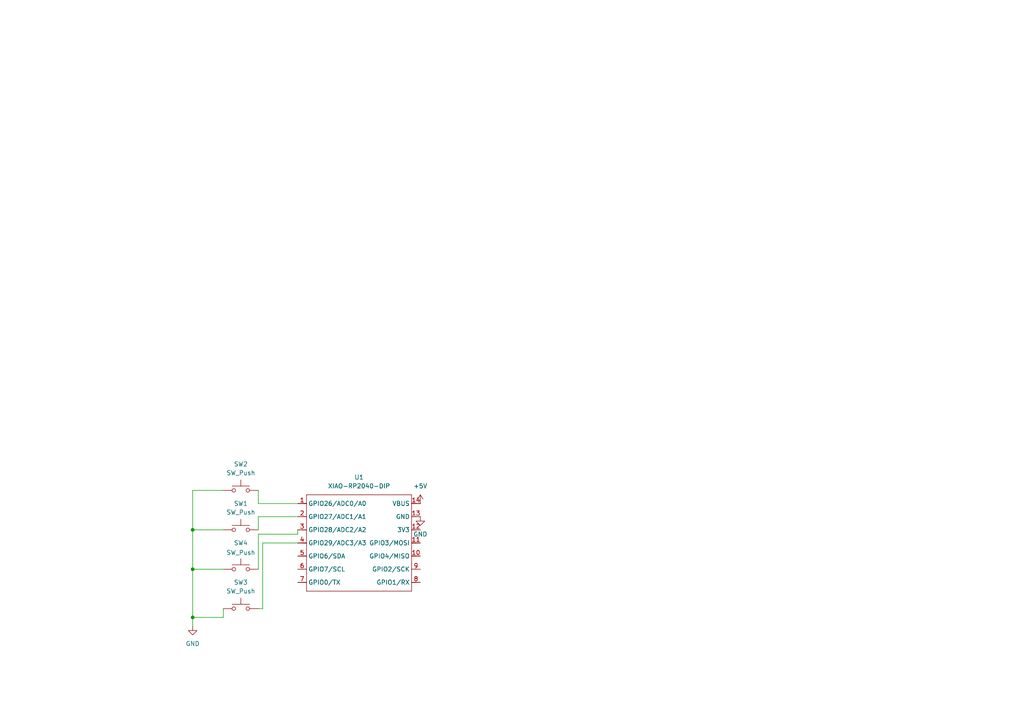
<source format=kicad_sch>
(kicad_sch
	(version 20250114)
	(generator "eeschema")
	(generator_version "9.0")
	(uuid "d75cfdcd-d342-4e0a-b853-da82007d9716")
	(paper "A4")
	(lib_symbols
		(symbol "SeedBoom:XIAO-RP2040-DIP"
			(exclude_from_sim no)
			(in_bom yes)
			(on_board yes)
			(property "Reference" "U"
				(at 0 0 0)
				(effects
					(font
						(size 1.27 1.27)
					)
				)
			)
			(property "Value" "XIAO-RP2040-DIP"
				(at 5.334 -1.778 0)
				(effects
					(font
						(size 1.27 1.27)
					)
				)
			)
			(property "Footprint" "Module:MOUDLE14P-XIAO-DIP-SMD"
				(at 14.478 -32.258 0)
				(effects
					(font
						(size 1.27 1.27)
					)
					(hide yes)
				)
			)
			(property "Datasheet" ""
				(at 0 0 0)
				(effects
					(font
						(size 1.27 1.27)
					)
					(hide yes)
				)
			)
			(property "Description" ""
				(at 0 0 0)
				(effects
					(font
						(size 1.27 1.27)
					)
					(hide yes)
				)
			)
			(symbol "XIAO-RP2040-DIP_1_0"
				(polyline
					(pts
						(xy -1.27 -2.54) (xy 29.21 -2.54)
					)
					(stroke
						(width 0.1524)
						(type solid)
					)
					(fill
						(type none)
					)
				)
				(polyline
					(pts
						(xy -1.27 -5.08) (xy -2.54 -5.08)
					)
					(stroke
						(width 0.1524)
						(type solid)
					)
					(fill
						(type none)
					)
				)
				(polyline
					(pts
						(xy -1.27 -5.08) (xy -1.27 -2.54)
					)
					(stroke
						(width 0.1524)
						(type solid)
					)
					(fill
						(type none)
					)
				)
				(polyline
					(pts
						(xy -1.27 -8.89) (xy -2.54 -8.89)
					)
					(stroke
						(width 0.1524)
						(type solid)
					)
					(fill
						(type none)
					)
				)
				(polyline
					(pts
						(xy -1.27 -8.89) (xy -1.27 -5.08)
					)
					(stroke
						(width 0.1524)
						(type solid)
					)
					(fill
						(type none)
					)
				)
				(polyline
					(pts
						(xy -1.27 -12.7) (xy -2.54 -12.7)
					)
					(stroke
						(width 0.1524)
						(type solid)
					)
					(fill
						(type none)
					)
				)
				(polyline
					(pts
						(xy -1.27 -12.7) (xy -1.27 -8.89)
					)
					(stroke
						(width 0.1524)
						(type solid)
					)
					(fill
						(type none)
					)
				)
				(polyline
					(pts
						(xy -1.27 -16.51) (xy -2.54 -16.51)
					)
					(stroke
						(width 0.1524)
						(type solid)
					)
					(fill
						(type none)
					)
				)
				(polyline
					(pts
						(xy -1.27 -16.51) (xy -1.27 -12.7)
					)
					(stroke
						(width 0.1524)
						(type solid)
					)
					(fill
						(type none)
					)
				)
				(polyline
					(pts
						(xy -1.27 -20.32) (xy -2.54 -20.32)
					)
					(stroke
						(width 0.1524)
						(type solid)
					)
					(fill
						(type none)
					)
				)
				(polyline
					(pts
						(xy -1.27 -24.13) (xy -2.54 -24.13)
					)
					(stroke
						(width 0.1524)
						(type solid)
					)
					(fill
						(type none)
					)
				)
				(polyline
					(pts
						(xy -1.27 -27.94) (xy -2.54 -27.94)
					)
					(stroke
						(width 0.1524)
						(type solid)
					)
					(fill
						(type none)
					)
				)
				(polyline
					(pts
						(xy -1.27 -30.48) (xy -1.27 -16.51)
					)
					(stroke
						(width 0.1524)
						(type solid)
					)
					(fill
						(type none)
					)
				)
				(polyline
					(pts
						(xy 29.21 -2.54) (xy 29.21 -5.08)
					)
					(stroke
						(width 0.1524)
						(type solid)
					)
					(fill
						(type none)
					)
				)
				(polyline
					(pts
						(xy 29.21 -5.08) (xy 29.21 -8.89)
					)
					(stroke
						(width 0.1524)
						(type solid)
					)
					(fill
						(type none)
					)
				)
				(polyline
					(pts
						(xy 29.21 -8.89) (xy 29.21 -12.7)
					)
					(stroke
						(width 0.1524)
						(type solid)
					)
					(fill
						(type none)
					)
				)
				(polyline
					(pts
						(xy 29.21 -12.7) (xy 29.21 -30.48)
					)
					(stroke
						(width 0.1524)
						(type solid)
					)
					(fill
						(type none)
					)
				)
				(polyline
					(pts
						(xy 29.21 -30.48) (xy -1.27 -30.48)
					)
					(stroke
						(width 0.1524)
						(type solid)
					)
					(fill
						(type none)
					)
				)
				(polyline
					(pts
						(xy 30.48 -5.08) (xy 29.21 -5.08)
					)
					(stroke
						(width 0.1524)
						(type solid)
					)
					(fill
						(type none)
					)
				)
				(polyline
					(pts
						(xy 30.48 -8.89) (xy 29.21 -8.89)
					)
					(stroke
						(width 0.1524)
						(type solid)
					)
					(fill
						(type none)
					)
				)
				(polyline
					(pts
						(xy 30.48 -12.7) (xy 29.21 -12.7)
					)
					(stroke
						(width 0.1524)
						(type solid)
					)
					(fill
						(type none)
					)
				)
				(polyline
					(pts
						(xy 30.48 -16.51) (xy 29.21 -16.51)
					)
					(stroke
						(width 0.1524)
						(type solid)
					)
					(fill
						(type none)
					)
				)
				(polyline
					(pts
						(xy 30.48 -20.32) (xy 29.21 -20.32)
					)
					(stroke
						(width 0.1524)
						(type solid)
					)
					(fill
						(type none)
					)
				)
				(polyline
					(pts
						(xy 30.48 -24.13) (xy 29.21 -24.13)
					)
					(stroke
						(width 0.1524)
						(type solid)
					)
					(fill
						(type none)
					)
				)
				(polyline
					(pts
						(xy 30.48 -27.94) (xy 29.21 -27.94)
					)
					(stroke
						(width 0.1524)
						(type solid)
					)
					(fill
						(type none)
					)
				)
				(pin passive line
					(at -3.81 -5.08 0)
					(length 2.54)
					(name "GPIO26/ADC0/A0"
						(effects
							(font
								(size 1.27 1.27)
							)
						)
					)
					(number "1"
						(effects
							(font
								(size 1.27 1.27)
							)
						)
					)
				)
				(pin passive line
					(at -3.81 -8.89 0)
					(length 2.54)
					(name "GPIO27/ADC1/A1"
						(effects
							(font
								(size 1.27 1.27)
							)
						)
					)
					(number "2"
						(effects
							(font
								(size 1.27 1.27)
							)
						)
					)
				)
				(pin passive line
					(at -3.81 -12.7 0)
					(length 2.54)
					(name "GPIO28/ADC2/A2"
						(effects
							(font
								(size 1.27 1.27)
							)
						)
					)
					(number "3"
						(effects
							(font
								(size 1.27 1.27)
							)
						)
					)
				)
				(pin passive line
					(at -3.81 -16.51 0)
					(length 2.54)
					(name "GPIO29/ADC3/A3"
						(effects
							(font
								(size 1.27 1.27)
							)
						)
					)
					(number "4"
						(effects
							(font
								(size 1.27 1.27)
							)
						)
					)
				)
				(pin passive line
					(at -3.81 -20.32 0)
					(length 2.54)
					(name "GPIO6/SDA"
						(effects
							(font
								(size 1.27 1.27)
							)
						)
					)
					(number "5"
						(effects
							(font
								(size 1.27 1.27)
							)
						)
					)
				)
				(pin passive line
					(at -3.81 -24.13 0)
					(length 2.54)
					(name "GPIO7/SCL"
						(effects
							(font
								(size 1.27 1.27)
							)
						)
					)
					(number "6"
						(effects
							(font
								(size 1.27 1.27)
							)
						)
					)
				)
				(pin passive line
					(at -3.81 -27.94 0)
					(length 2.54)
					(name "GPIO0/TX"
						(effects
							(font
								(size 1.27 1.27)
							)
						)
					)
					(number "7"
						(effects
							(font
								(size 1.27 1.27)
							)
						)
					)
				)
				(pin passive line
					(at 31.75 -5.08 180)
					(length 2.54)
					(name "VBUS"
						(effects
							(font
								(size 1.27 1.27)
							)
						)
					)
					(number "14"
						(effects
							(font
								(size 1.27 1.27)
							)
						)
					)
				)
				(pin passive line
					(at 31.75 -8.89 180)
					(length 2.54)
					(name "GND"
						(effects
							(font
								(size 1.27 1.27)
							)
						)
					)
					(number "13"
						(effects
							(font
								(size 1.27 1.27)
							)
						)
					)
				)
				(pin passive line
					(at 31.75 -12.7 180)
					(length 2.54)
					(name "3V3"
						(effects
							(font
								(size 1.27 1.27)
							)
						)
					)
					(number "12"
						(effects
							(font
								(size 1.27 1.27)
							)
						)
					)
				)
				(pin passive line
					(at 31.75 -16.51 180)
					(length 2.54)
					(name "GPIO3/MOSI"
						(effects
							(font
								(size 1.27 1.27)
							)
						)
					)
					(number "11"
						(effects
							(font
								(size 1.27 1.27)
							)
						)
					)
				)
				(pin passive line
					(at 31.75 -20.32 180)
					(length 2.54)
					(name "GPIO4/MISO"
						(effects
							(font
								(size 1.27 1.27)
							)
						)
					)
					(number "10"
						(effects
							(font
								(size 1.27 1.27)
							)
						)
					)
				)
				(pin passive line
					(at 31.75 -24.13 180)
					(length 2.54)
					(name "GPIO2/SCK"
						(effects
							(font
								(size 1.27 1.27)
							)
						)
					)
					(number "9"
						(effects
							(font
								(size 1.27 1.27)
							)
						)
					)
				)
				(pin passive line
					(at 31.75 -27.94 180)
					(length 2.54)
					(name "GPIO1/RX"
						(effects
							(font
								(size 1.27 1.27)
							)
						)
					)
					(number "8"
						(effects
							(font
								(size 1.27 1.27)
							)
						)
					)
				)
			)
			(embedded_fonts no)
		)
		(symbol "Switch:SW_Push"
			(pin_numbers
				(hide yes)
			)
			(pin_names
				(offset 1.016)
				(hide yes)
			)
			(exclude_from_sim no)
			(in_bom yes)
			(on_board yes)
			(property "Reference" "SW"
				(at 1.27 2.54 0)
				(effects
					(font
						(size 1.27 1.27)
					)
					(justify left)
				)
			)
			(property "Value" "SW_Push"
				(at 0 -1.524 0)
				(effects
					(font
						(size 1.27 1.27)
					)
				)
			)
			(property "Footprint" ""
				(at 0 5.08 0)
				(effects
					(font
						(size 1.27 1.27)
					)
					(hide yes)
				)
			)
			(property "Datasheet" "~"
				(at 0 5.08 0)
				(effects
					(font
						(size 1.27 1.27)
					)
					(hide yes)
				)
			)
			(property "Description" "Push button switch, generic, two pins"
				(at 0 0 0)
				(effects
					(font
						(size 1.27 1.27)
					)
					(hide yes)
				)
			)
			(property "ki_keywords" "switch normally-open pushbutton push-button"
				(at 0 0 0)
				(effects
					(font
						(size 1.27 1.27)
					)
					(hide yes)
				)
			)
			(symbol "SW_Push_0_1"
				(circle
					(center -2.032 0)
					(radius 0.508)
					(stroke
						(width 0)
						(type default)
					)
					(fill
						(type none)
					)
				)
				(polyline
					(pts
						(xy 0 1.27) (xy 0 3.048)
					)
					(stroke
						(width 0)
						(type default)
					)
					(fill
						(type none)
					)
				)
				(circle
					(center 2.032 0)
					(radius 0.508)
					(stroke
						(width 0)
						(type default)
					)
					(fill
						(type none)
					)
				)
				(polyline
					(pts
						(xy 2.54 1.27) (xy -2.54 1.27)
					)
					(stroke
						(width 0)
						(type default)
					)
					(fill
						(type none)
					)
				)
				(pin passive line
					(at -5.08 0 0)
					(length 2.54)
					(name "1"
						(effects
							(font
								(size 1.27 1.27)
							)
						)
					)
					(number "1"
						(effects
							(font
								(size 1.27 1.27)
							)
						)
					)
				)
				(pin passive line
					(at 5.08 0 180)
					(length 2.54)
					(name "2"
						(effects
							(font
								(size 1.27 1.27)
							)
						)
					)
					(number "2"
						(effects
							(font
								(size 1.27 1.27)
							)
						)
					)
				)
			)
			(embedded_fonts no)
		)
		(symbol "power:+5V"
			(power)
			(pin_numbers
				(hide yes)
			)
			(pin_names
				(offset 0)
				(hide yes)
			)
			(exclude_from_sim no)
			(in_bom yes)
			(on_board yes)
			(property "Reference" "#PWR"
				(at 0 -3.81 0)
				(effects
					(font
						(size 1.27 1.27)
					)
					(hide yes)
				)
			)
			(property "Value" "+5V"
				(at 0 3.556 0)
				(effects
					(font
						(size 1.27 1.27)
					)
				)
			)
			(property "Footprint" ""
				(at 0 0 0)
				(effects
					(font
						(size 1.27 1.27)
					)
					(hide yes)
				)
			)
			(property "Datasheet" ""
				(at 0 0 0)
				(effects
					(font
						(size 1.27 1.27)
					)
					(hide yes)
				)
			)
			(property "Description" "Power symbol creates a global label with name \"+5V\""
				(at 0 0 0)
				(effects
					(font
						(size 1.27 1.27)
					)
					(hide yes)
				)
			)
			(property "ki_keywords" "global power"
				(at 0 0 0)
				(effects
					(font
						(size 1.27 1.27)
					)
					(hide yes)
				)
			)
			(symbol "+5V_0_1"
				(polyline
					(pts
						(xy -0.762 1.27) (xy 0 2.54)
					)
					(stroke
						(width 0)
						(type default)
					)
					(fill
						(type none)
					)
				)
				(polyline
					(pts
						(xy 0 2.54) (xy 0.762 1.27)
					)
					(stroke
						(width 0)
						(type default)
					)
					(fill
						(type none)
					)
				)
				(polyline
					(pts
						(xy 0 0) (xy 0 2.54)
					)
					(stroke
						(width 0)
						(type default)
					)
					(fill
						(type none)
					)
				)
			)
			(symbol "+5V_1_1"
				(pin power_in line
					(at 0 0 90)
					(length 0)
					(name "~"
						(effects
							(font
								(size 1.27 1.27)
							)
						)
					)
					(number "1"
						(effects
							(font
								(size 1.27 1.27)
							)
						)
					)
				)
			)
			(embedded_fonts no)
		)
		(symbol "power:GND"
			(power)
			(pin_numbers
				(hide yes)
			)
			(pin_names
				(offset 0)
				(hide yes)
			)
			(exclude_from_sim no)
			(in_bom yes)
			(on_board yes)
			(property "Reference" "#PWR"
				(at 0 -6.35 0)
				(effects
					(font
						(size 1.27 1.27)
					)
					(hide yes)
				)
			)
			(property "Value" "GND"
				(at 0 -3.81 0)
				(effects
					(font
						(size 1.27 1.27)
					)
				)
			)
			(property "Footprint" ""
				(at 0 0 0)
				(effects
					(font
						(size 1.27 1.27)
					)
					(hide yes)
				)
			)
			(property "Datasheet" ""
				(at 0 0 0)
				(effects
					(font
						(size 1.27 1.27)
					)
					(hide yes)
				)
			)
			(property "Description" "Power symbol creates a global label with name \"GND\" , ground"
				(at 0 0 0)
				(effects
					(font
						(size 1.27 1.27)
					)
					(hide yes)
				)
			)
			(property "ki_keywords" "global power"
				(at 0 0 0)
				(effects
					(font
						(size 1.27 1.27)
					)
					(hide yes)
				)
			)
			(symbol "GND_0_1"
				(polyline
					(pts
						(xy 0 0) (xy 0 -1.27) (xy 1.27 -1.27) (xy 0 -2.54) (xy -1.27 -1.27) (xy 0 -1.27)
					)
					(stroke
						(width 0)
						(type default)
					)
					(fill
						(type none)
					)
				)
			)
			(symbol "GND_1_1"
				(pin power_in line
					(at 0 0 270)
					(length 0)
					(name "~"
						(effects
							(font
								(size 1.27 1.27)
							)
						)
					)
					(number "1"
						(effects
							(font
								(size 1.27 1.27)
							)
						)
					)
				)
			)
			(embedded_fonts no)
		)
	)
	(junction
		(at 55.88 153.67)
		(diameter 0)
		(color 0 0 0 0)
		(uuid "53999ab2-e54a-495d-a0bb-d071c5754b3e")
	)
	(junction
		(at 55.88 179.07)
		(diameter 0)
		(color 0 0 0 0)
		(uuid "f21b50f6-694b-4acf-9925-be818227da44")
	)
	(junction
		(at 55.88 165.1)
		(diameter 0)
		(color 0 0 0 0)
		(uuid "f3160502-cee4-4f6e-835f-440a0618fe1f")
	)
	(wire
		(pts
			(xy 86.36 149.86) (xy 74.93 149.86)
		)
		(stroke
			(width 0)
			(type default)
		)
		(uuid "044546c8-f8de-46d5-9981-4c43fa607daf")
	)
	(wire
		(pts
			(xy 55.88 153.67) (xy 64.77 153.67)
		)
		(stroke
			(width 0)
			(type default)
		)
		(uuid "115b7c9e-d33d-45e4-a9db-6c067ece7874")
	)
	(wire
		(pts
			(xy 74.93 149.86) (xy 74.93 153.67)
		)
		(stroke
			(width 0)
			(type default)
		)
		(uuid "13b29a48-ec58-486a-920b-426e83042ef0")
	)
	(wire
		(pts
			(xy 55.88 142.24) (xy 55.88 153.67)
		)
		(stroke
			(width 0)
			(type default)
		)
		(uuid "29fe09f5-1e0d-49e6-b510-a82e13352b1a")
	)
	(wire
		(pts
			(xy 76.2 157.48) (xy 76.2 176.53)
		)
		(stroke
			(width 0)
			(type default)
		)
		(uuid "34a47144-24df-4740-afec-429dfa0e6762")
	)
	(wire
		(pts
			(xy 74.93 142.24) (xy 74.93 146.05)
		)
		(stroke
			(width 0)
			(type default)
		)
		(uuid "38be5dec-0add-4c99-9160-996c65074afe")
	)
	(wire
		(pts
			(xy 55.88 179.07) (xy 64.77 179.07)
		)
		(stroke
			(width 0)
			(type default)
		)
		(uuid "3d82f99b-5572-488b-87a9-72980d17f7c2")
	)
	(wire
		(pts
			(xy 55.88 179.07) (xy 55.88 181.61)
		)
		(stroke
			(width 0)
			(type default)
		)
		(uuid "46b874cd-6d70-4cea-8e4c-4c2c8e79e64d")
	)
	(wire
		(pts
			(xy 74.93 165.1) (xy 74.93 154.94)
		)
		(stroke
			(width 0)
			(type default)
		)
		(uuid "49d8b2f2-503f-4ac2-9dea-8e389a3d1229")
	)
	(wire
		(pts
			(xy 74.93 154.94) (xy 86.36 154.94)
		)
		(stroke
			(width 0)
			(type default)
		)
		(uuid "563fb0ef-62ab-465a-a128-c0fd05a0746b")
	)
	(wire
		(pts
			(xy 86.36 157.48) (xy 76.2 157.48)
		)
		(stroke
			(width 0)
			(type default)
		)
		(uuid "60a54da7-7e68-4e47-b406-22a7d69ef864")
	)
	(wire
		(pts
			(xy 64.77 165.1) (xy 55.88 165.1)
		)
		(stroke
			(width 0)
			(type default)
		)
		(uuid "7567b0e3-b646-4c5d-8f07-4a5a4beca4b5")
	)
	(wire
		(pts
			(xy 74.93 176.53) (xy 76.2 176.53)
		)
		(stroke
			(width 0)
			(type default)
		)
		(uuid "800b9798-eee6-4405-97ed-f2c757ae4f00")
	)
	(wire
		(pts
			(xy 55.88 153.67) (xy 55.88 165.1)
		)
		(stroke
			(width 0)
			(type default)
		)
		(uuid "8b30abef-26ea-4b30-afd6-7e486928fc14")
	)
	(wire
		(pts
			(xy 64.77 179.07) (xy 64.77 176.53)
		)
		(stroke
			(width 0)
			(type default)
		)
		(uuid "b01b589a-f793-4c17-93d0-2b7ff5698730")
	)
	(wire
		(pts
			(xy 55.88 165.1) (xy 55.88 179.07)
		)
		(stroke
			(width 0)
			(type default)
		)
		(uuid "b304a20a-2ffe-40d3-9af4-7a68417c6b78")
	)
	(wire
		(pts
			(xy 86.36 154.94) (xy 86.36 153.67)
		)
		(stroke
			(width 0)
			(type default)
		)
		(uuid "c690e5ae-8110-4617-848d-e88edffbfc18")
	)
	(wire
		(pts
			(xy 64.77 142.24) (xy 55.88 142.24)
		)
		(stroke
			(width 0)
			(type default)
		)
		(uuid "ecd1bfe9-1c1c-4c39-9fd4-0ed32fb3b38c")
	)
	(wire
		(pts
			(xy 74.93 146.05) (xy 86.36 146.05)
		)
		(stroke
			(width 0)
			(type default)
		)
		(uuid "fc2c6235-86a6-49f6-9be2-2413f5862ba0")
	)
	(symbol
		(lib_id "Switch:SW_Push")
		(at 69.85 176.53 0)
		(unit 1)
		(exclude_from_sim no)
		(in_bom yes)
		(on_board yes)
		(dnp no)
		(fields_autoplaced yes)
		(uuid "2975f4bd-1ed0-41b8-8e83-6aa97d6d242c")
		(property "Reference" "SW3"
			(at 69.85 168.91 0)
			(effects
				(font
					(size 1.27 1.27)
				)
			)
		)
		(property "Value" "SW_Push"
			(at 69.85 171.45 0)
			(effects
				(font
					(size 1.27 1.27)
				)
			)
		)
		(property "Footprint" "Button_Switch_Keyboard:SW_Cherry_MX_1.00u_PCB"
			(at 69.85 171.45 0)
			(effects
				(font
					(size 1.27 1.27)
				)
				(hide yes)
			)
		)
		(property "Datasheet" "~"
			(at 69.85 171.45 0)
			(effects
				(font
					(size 1.27 1.27)
				)
				(hide yes)
			)
		)
		(property "Description" "Push button switch, generic, two pins"
			(at 69.85 176.53 0)
			(effects
				(font
					(size 1.27 1.27)
				)
				(hide yes)
			)
		)
		(pin "2"
			(uuid "fa081911-f95a-42cf-a43f-c1e3be4828f8")
		)
		(pin "1"
			(uuid "c037dab9-7a0c-4d50-863a-ebbd73ac1847")
		)
		(instances
			(project "Kicadproject1"
				(path "/d75cfdcd-d342-4e0a-b853-da82007d9716"
					(reference "SW3")
					(unit 1)
				)
			)
		)
	)
	(symbol
		(lib_id "Switch:SW_Push")
		(at 69.85 153.67 0)
		(unit 1)
		(exclude_from_sim no)
		(in_bom yes)
		(on_board yes)
		(dnp no)
		(fields_autoplaced yes)
		(uuid "3a153b3f-6bc3-4872-a107-c310998f0d1f")
		(property "Reference" "SW1"
			(at 69.85 146.05 0)
			(effects
				(font
					(size 1.27 1.27)
				)
			)
		)
		(property "Value" "SW_Push"
			(at 69.85 148.59 0)
			(effects
				(font
					(size 1.27 1.27)
				)
			)
		)
		(property "Footprint" "Button_Switch_Keyboard:SW_Cherry_MX_1.00u_PCB"
			(at 69.85 148.59 0)
			(effects
				(font
					(size 1.27 1.27)
				)
				(hide yes)
			)
		)
		(property "Datasheet" "~"
			(at 69.85 148.59 0)
			(effects
				(font
					(size 1.27 1.27)
				)
				(hide yes)
			)
		)
		(property "Description" "Push button switch, generic, two pins"
			(at 69.85 153.67 0)
			(effects
				(font
					(size 1.27 1.27)
				)
				(hide yes)
			)
		)
		(pin "1"
			(uuid "b666be0f-8a50-40a4-af67-48b53947ebce")
		)
		(pin "2"
			(uuid "3ff771c6-3f4f-4ffa-be3b-ed7b65ffb85e")
		)
		(instances
			(project ""
				(path "/d75cfdcd-d342-4e0a-b853-da82007d9716"
					(reference "SW1")
					(unit 1)
				)
			)
		)
	)
	(symbol
		(lib_id "power:+5V")
		(at 121.92 146.05 0)
		(unit 1)
		(exclude_from_sim no)
		(in_bom yes)
		(on_board yes)
		(dnp no)
		(fields_autoplaced yes)
		(uuid "481770da-75c4-4c90-80ae-40c2b8fb54b6")
		(property "Reference" "#PWR02"
			(at 121.92 149.86 0)
			(effects
				(font
					(size 1.27 1.27)
				)
				(hide yes)
			)
		)
		(property "Value" "+5V"
			(at 121.92 140.97 0)
			(effects
				(font
					(size 1.27 1.27)
				)
			)
		)
		(property "Footprint" ""
			(at 121.92 146.05 0)
			(effects
				(font
					(size 1.27 1.27)
				)
				(hide yes)
			)
		)
		(property "Datasheet" ""
			(at 121.92 146.05 0)
			(effects
				(font
					(size 1.27 1.27)
				)
				(hide yes)
			)
		)
		(property "Description" "Power symbol creates a global label with name \"+5V\""
			(at 121.92 146.05 0)
			(effects
				(font
					(size 1.27 1.27)
				)
				(hide yes)
			)
		)
		(pin "1"
			(uuid "abed5152-459b-4a9b-a0d1-41e06611e1a4")
		)
		(instances
			(project ""
				(path "/d75cfdcd-d342-4e0a-b853-da82007d9716"
					(reference "#PWR02")
					(unit 1)
				)
			)
		)
	)
	(symbol
		(lib_id "power:GND")
		(at 121.92 149.86 0)
		(unit 1)
		(exclude_from_sim no)
		(in_bom yes)
		(on_board yes)
		(dnp no)
		(fields_autoplaced yes)
		(uuid "845d04aa-3f32-4c1b-8c76-0856894e088a")
		(property "Reference" "#PWR03"
			(at 121.92 156.21 0)
			(effects
				(font
					(size 1.27 1.27)
				)
				(hide yes)
			)
		)
		(property "Value" "GND"
			(at 121.92 154.94 0)
			(effects
				(font
					(size 1.27 1.27)
				)
			)
		)
		(property "Footprint" ""
			(at 121.92 149.86 0)
			(effects
				(font
					(size 1.27 1.27)
				)
				(hide yes)
			)
		)
		(property "Datasheet" ""
			(at 121.92 149.86 0)
			(effects
				(font
					(size 1.27 1.27)
				)
				(hide yes)
			)
		)
		(property "Description" "Power symbol creates a global label with name \"GND\" , ground"
			(at 121.92 149.86 0)
			(effects
				(font
					(size 1.27 1.27)
				)
				(hide yes)
			)
		)
		(pin "1"
			(uuid "dc779603-8097-4762-9bd2-af91718d535d")
		)
		(instances
			(project ""
				(path "/d75cfdcd-d342-4e0a-b853-da82007d9716"
					(reference "#PWR03")
					(unit 1)
				)
			)
		)
	)
	(symbol
		(lib_id "Switch:SW_Push")
		(at 69.85 165.1 0)
		(unit 1)
		(exclude_from_sim no)
		(in_bom yes)
		(on_board yes)
		(dnp no)
		(uuid "9b209178-110c-4257-9be0-e24f2350660f")
		(property "Reference" "SW4"
			(at 69.85 157.48 0)
			(effects
				(font
					(size 1.27 1.27)
				)
			)
		)
		(property "Value" "SW_Push"
			(at 69.85 160.274 0)
			(effects
				(font
					(size 1.27 1.27)
				)
			)
		)
		(property "Footprint" "Button_Switch_Keyboard:SW_Cherry_MX_1.00u_PCB"
			(at 69.85 160.02 0)
			(effects
				(font
					(size 1.27 1.27)
				)
				(hide yes)
			)
		)
		(property "Datasheet" "~"
			(at 69.85 160.02 0)
			(effects
				(font
					(size 1.27 1.27)
				)
				(hide yes)
			)
		)
		(property "Description" "Push button switch, generic, two pins"
			(at 69.85 165.1 0)
			(effects
				(font
					(size 1.27 1.27)
				)
				(hide yes)
			)
		)
		(pin "2"
			(uuid "1734b111-f98f-4a91-b8db-0a0ddfffb31c")
		)
		(pin "1"
			(uuid "e7dfc302-86d3-44fd-9258-df5b087fd5fd")
		)
		(instances
			(project "Kicadproject1"
				(path "/d75cfdcd-d342-4e0a-b853-da82007d9716"
					(reference "SW4")
					(unit 1)
				)
			)
		)
	)
	(symbol
		(lib_id "SeedBoom:XIAO-RP2040-DIP")
		(at 90.17 140.97 0)
		(unit 1)
		(exclude_from_sim no)
		(in_bom yes)
		(on_board yes)
		(dnp no)
		(fields_autoplaced yes)
		(uuid "9c4c9635-363f-45cd-81eb-78449ce16fdc")
		(property "Reference" "U1"
			(at 104.14 138.43 0)
			(effects
				(font
					(size 1.27 1.27)
				)
			)
		)
		(property "Value" "XIAO-RP2040-DIP"
			(at 104.14 140.97 0)
			(effects
				(font
					(size 1.27 1.27)
				)
			)
		)
		(property "Footprint" "gerbert:XIAO-RP2040-DIP"
			(at 104.648 173.228 0)
			(effects
				(font
					(size 1.27 1.27)
				)
				(hide yes)
			)
		)
		(property "Datasheet" ""
			(at 90.17 140.97 0)
			(effects
				(font
					(size 1.27 1.27)
				)
				(hide yes)
			)
		)
		(property "Description" ""
			(at 90.17 140.97 0)
			(effects
				(font
					(size 1.27 1.27)
				)
				(hide yes)
			)
		)
		(pin "7"
			(uuid "0e64e897-31df-4278-998d-6bd892fed96f")
		)
		(pin "2"
			(uuid "23ddd972-adb5-4f6f-8a74-8ba5a80d4d3e")
		)
		(pin "3"
			(uuid "b3f715c8-9041-448b-a568-11f606800c04")
		)
		(pin "13"
			(uuid "39e90584-ddf3-41ce-b754-cdac16621c18")
		)
		(pin "1"
			(uuid "4ee98851-16be-4397-900e-d19a2ccab3f2")
		)
		(pin "4"
			(uuid "6f4b33f5-cdc6-4bd8-8896-86dc4d40ce26")
		)
		(pin "14"
			(uuid "9cdaa08c-8539-440d-9735-7720934602e4")
		)
		(pin "8"
			(uuid "81655288-1738-4ebb-8c17-49de31168a7b")
		)
		(pin "12"
			(uuid "5f4fcdb8-7252-4303-b83b-fec2683006a6")
		)
		(pin "9"
			(uuid "e375b661-74e2-492d-8c57-82ed3cd7303f")
		)
		(pin "5"
			(uuid "4254c6e3-2e9b-4fbd-af65-8373c82117b9")
		)
		(pin "6"
			(uuid "adedbc84-a769-4104-8be2-fc06129c499e")
		)
		(pin "11"
			(uuid "17b0bdf1-f6f9-43e0-8b23-2644887d5d17")
		)
		(pin "10"
			(uuid "3d7ec6bd-941b-4338-ab51-885907f29bb5")
		)
		(instances
			(project ""
				(path "/d75cfdcd-d342-4e0a-b853-da82007d9716"
					(reference "U1")
					(unit 1)
				)
			)
		)
	)
	(symbol
		(lib_id "power:GND")
		(at 55.88 181.61 0)
		(unit 1)
		(exclude_from_sim no)
		(in_bom yes)
		(on_board yes)
		(dnp no)
		(fields_autoplaced yes)
		(uuid "b516f301-f3fc-4d1f-aad2-73ad8e7d37ac")
		(property "Reference" "#PWR01"
			(at 55.88 187.96 0)
			(effects
				(font
					(size 1.27 1.27)
				)
				(hide yes)
			)
		)
		(property "Value" "GND"
			(at 55.88 186.69 0)
			(effects
				(font
					(size 1.27 1.27)
				)
			)
		)
		(property "Footprint" ""
			(at 55.88 181.61 0)
			(effects
				(font
					(size 1.27 1.27)
				)
				(hide yes)
			)
		)
		(property "Datasheet" ""
			(at 55.88 181.61 0)
			(effects
				(font
					(size 1.27 1.27)
				)
				(hide yes)
			)
		)
		(property "Description" "Power symbol creates a global label with name \"GND\" , ground"
			(at 55.88 181.61 0)
			(effects
				(font
					(size 1.27 1.27)
				)
				(hide yes)
			)
		)
		(pin "1"
			(uuid "88d7c7b3-3982-4380-871b-a2fddf096a11")
		)
		(instances
			(project ""
				(path "/d75cfdcd-d342-4e0a-b853-da82007d9716"
					(reference "#PWR01")
					(unit 1)
				)
			)
		)
	)
	(symbol
		(lib_id "Switch:SW_Push")
		(at 69.85 142.24 0)
		(unit 1)
		(exclude_from_sim no)
		(in_bom yes)
		(on_board yes)
		(dnp no)
		(fields_autoplaced yes)
		(uuid "d97efd0e-0371-406a-8086-76da1a4ef2a2")
		(property "Reference" "SW2"
			(at 69.85 134.62 0)
			(effects
				(font
					(size 1.27 1.27)
				)
			)
		)
		(property "Value" "SW_Push"
			(at 69.85 137.16 0)
			(effects
				(font
					(size 1.27 1.27)
				)
			)
		)
		(property "Footprint" "Button_Switch_Keyboard:SW_Cherry_MX_1.00u_PCB"
			(at 69.85 137.16 0)
			(effects
				(font
					(size 1.27 1.27)
				)
				(hide yes)
			)
		)
		(property "Datasheet" "~"
			(at 69.85 137.16 0)
			(effects
				(font
					(size 1.27 1.27)
				)
				(hide yes)
			)
		)
		(property "Description" "Push button switch, generic, two pins"
			(at 69.85 142.24 0)
			(effects
				(font
					(size 1.27 1.27)
				)
				(hide yes)
			)
		)
		(pin "2"
			(uuid "c0d4afb8-5b6f-41da-974e-3b2ec99283e1")
		)
		(pin "1"
			(uuid "0165b1eb-275c-49ab-acad-f7658cd627e6")
		)
		(instances
			(project ""
				(path "/d75cfdcd-d342-4e0a-b853-da82007d9716"
					(reference "SW2")
					(unit 1)
				)
			)
		)
	)
	(sheet_instances
		(path "/"
			(page "1")
		)
	)
	(embedded_fonts no)
)

</source>
